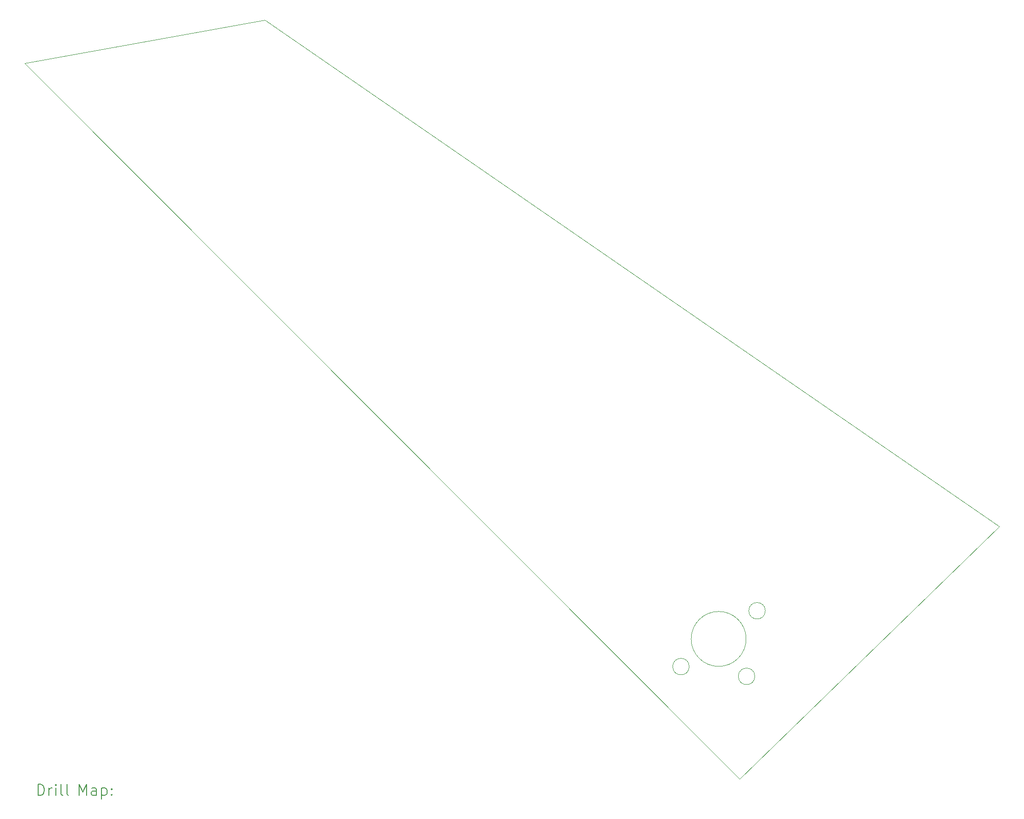
<source format=gbr>
%TF.GenerationSoftware,KiCad,Pcbnew,(7.0.0)*%
%TF.CreationDate,2023-03-18T11:24:03-05:00*%
%TF.ProjectId,LED Fan Blade,4c454420-4661-46e2-9042-6c6164652e6b,rev?*%
%TF.SameCoordinates,Original*%
%TF.FileFunction,Drillmap*%
%TF.FilePolarity,Positive*%
%FSLAX45Y45*%
G04 Gerber Fmt 4.5, Leading zero omitted, Abs format (unit mm)*
G04 Created by KiCad (PCBNEW (7.0.0)) date 2023-03-18 11:24:03*
%MOMM*%
%LPD*%
G01*
G04 APERTURE LIST*
%ADD10C,0.100000*%
%ADD11C,0.200000*%
G04 APERTURE END LIST*
D10*
X14907400Y-14033500D02*
G75*
G03*
X14907400Y-14033500I-150000J0D01*
G01*
X13713600Y-13855700D02*
G75*
G03*
X13713600Y-13855700I-150000J0D01*
G01*
X1625600Y-2870200D02*
X14630400Y-15900400D01*
X15097900Y-12839700D02*
G75*
G03*
X15097900Y-12839700I-150000J0D01*
G01*
X5994400Y-2082800D02*
X19354800Y-11303000D01*
X19354800Y-11303000D02*
X14630400Y-15900400D01*
X1625600Y-2870200D02*
X5994400Y-2082800D01*
X14749400Y-13352400D02*
G75*
G03*
X14749400Y-13352400I-500000J0D01*
G01*
D11*
X1868219Y-16198876D02*
X1868219Y-15998876D01*
X1868219Y-15998876D02*
X1915838Y-15998876D01*
X1915838Y-15998876D02*
X1944409Y-16008400D01*
X1944409Y-16008400D02*
X1963457Y-16027448D01*
X1963457Y-16027448D02*
X1972981Y-16046495D01*
X1972981Y-16046495D02*
X1982505Y-16084590D01*
X1982505Y-16084590D02*
X1982505Y-16113162D01*
X1982505Y-16113162D02*
X1972981Y-16151257D01*
X1972981Y-16151257D02*
X1963457Y-16170305D01*
X1963457Y-16170305D02*
X1944409Y-16189352D01*
X1944409Y-16189352D02*
X1915838Y-16198876D01*
X1915838Y-16198876D02*
X1868219Y-16198876D01*
X2068219Y-16198876D02*
X2068219Y-16065543D01*
X2068219Y-16103638D02*
X2077743Y-16084590D01*
X2077743Y-16084590D02*
X2087267Y-16075067D01*
X2087267Y-16075067D02*
X2106314Y-16065543D01*
X2106314Y-16065543D02*
X2125362Y-16065543D01*
X2192029Y-16198876D02*
X2192029Y-16065543D01*
X2192029Y-15998876D02*
X2182505Y-16008400D01*
X2182505Y-16008400D02*
X2192029Y-16017924D01*
X2192029Y-16017924D02*
X2201552Y-16008400D01*
X2201552Y-16008400D02*
X2192029Y-15998876D01*
X2192029Y-15998876D02*
X2192029Y-16017924D01*
X2315838Y-16198876D02*
X2296790Y-16189352D01*
X2296790Y-16189352D02*
X2287267Y-16170305D01*
X2287267Y-16170305D02*
X2287267Y-15998876D01*
X2420600Y-16198876D02*
X2401552Y-16189352D01*
X2401552Y-16189352D02*
X2392029Y-16170305D01*
X2392029Y-16170305D02*
X2392029Y-15998876D01*
X2616790Y-16198876D02*
X2616790Y-15998876D01*
X2616790Y-15998876D02*
X2683457Y-16141733D01*
X2683457Y-16141733D02*
X2750124Y-15998876D01*
X2750124Y-15998876D02*
X2750124Y-16198876D01*
X2931076Y-16198876D02*
X2931076Y-16094114D01*
X2931076Y-16094114D02*
X2921552Y-16075067D01*
X2921552Y-16075067D02*
X2902505Y-16065543D01*
X2902505Y-16065543D02*
X2864409Y-16065543D01*
X2864409Y-16065543D02*
X2845362Y-16075067D01*
X2931076Y-16189352D02*
X2912028Y-16198876D01*
X2912028Y-16198876D02*
X2864409Y-16198876D01*
X2864409Y-16198876D02*
X2845362Y-16189352D01*
X2845362Y-16189352D02*
X2835838Y-16170305D01*
X2835838Y-16170305D02*
X2835838Y-16151257D01*
X2835838Y-16151257D02*
X2845362Y-16132209D01*
X2845362Y-16132209D02*
X2864409Y-16122686D01*
X2864409Y-16122686D02*
X2912028Y-16122686D01*
X2912028Y-16122686D02*
X2931076Y-16113162D01*
X3026314Y-16065543D02*
X3026314Y-16265543D01*
X3026314Y-16075067D02*
X3045362Y-16065543D01*
X3045362Y-16065543D02*
X3083457Y-16065543D01*
X3083457Y-16065543D02*
X3102505Y-16075067D01*
X3102505Y-16075067D02*
X3112028Y-16084590D01*
X3112028Y-16084590D02*
X3121552Y-16103638D01*
X3121552Y-16103638D02*
X3121552Y-16160781D01*
X3121552Y-16160781D02*
X3112028Y-16179828D01*
X3112028Y-16179828D02*
X3102505Y-16189352D01*
X3102505Y-16189352D02*
X3083457Y-16198876D01*
X3083457Y-16198876D02*
X3045362Y-16198876D01*
X3045362Y-16198876D02*
X3026314Y-16189352D01*
X3207267Y-16179828D02*
X3216790Y-16189352D01*
X3216790Y-16189352D02*
X3207267Y-16198876D01*
X3207267Y-16198876D02*
X3197743Y-16189352D01*
X3197743Y-16189352D02*
X3207267Y-16179828D01*
X3207267Y-16179828D02*
X3207267Y-16198876D01*
X3207267Y-16075067D02*
X3216790Y-16084590D01*
X3216790Y-16084590D02*
X3207267Y-16094114D01*
X3207267Y-16094114D02*
X3197743Y-16084590D01*
X3197743Y-16084590D02*
X3207267Y-16075067D01*
X3207267Y-16075067D02*
X3207267Y-16094114D01*
M02*

</source>
